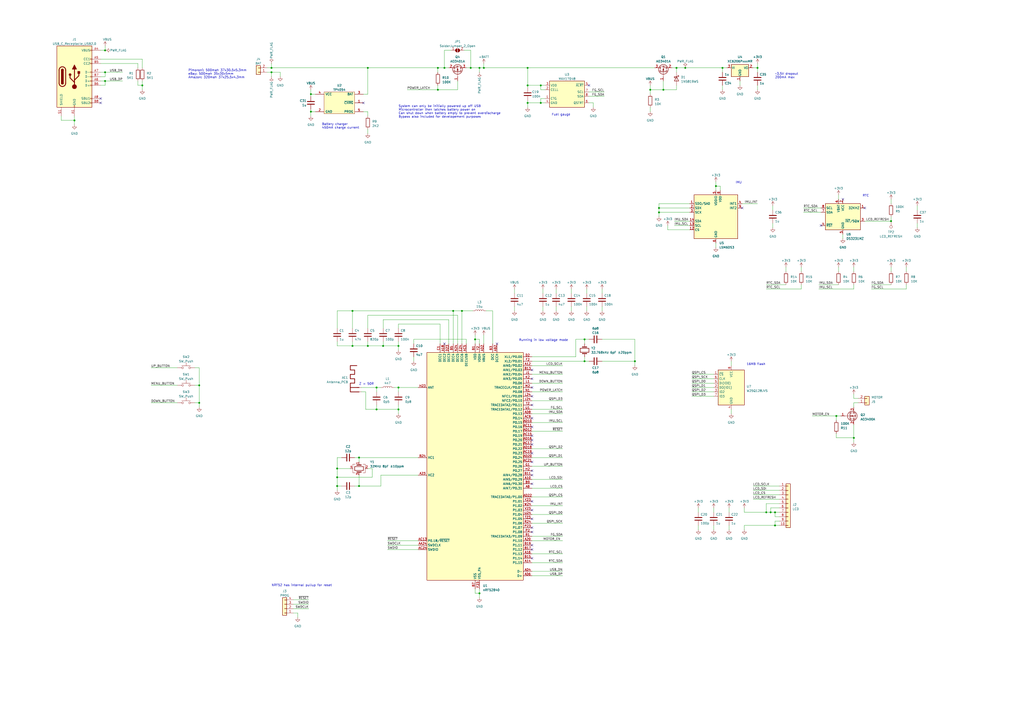
<source format=kicad_sch>
(kicad_sch (version 20230121) (generator eeschema)
  (paper "A2")
  (junction (at 231.14 237.49))
  (junction (at 262.89 180.34))
  (junction (at 180.34 64.77))
  (junction (at 60.96 41.91))
  (junction (at 392.43 39.37))
  (junction (at 275.59 196.85))
  (junction (at 339.09 196.85))
  (junction (at 254 39.37))
  (junction (at 306.07 39.37))
  (junction (at 218.44 237.49))
  (junction (at 157.48 41.91))
  (junction (at 449.58 304.8))
  (junction (at 213.36 39.37))
  (junction (at 382.27 120.65))
  (junction (at 115.57 233.68))
  (junction (at 377.19 52.07))
  (junction (at 60.96 46.99))
  (junction (at 485.14 241.3))
  (junction (at 231.14 200.66))
  (junction (at 195.58 271.78))
  (junction (at 231.14 224.79))
  (junction (at 273.05 39.37))
  (junction (at 180.34 54.61))
  (junction (at 278.13 39.37))
  (junction (at 204.47 200.66))
  (junction (at 397.51 39.37))
  (junction (at 415.29 107.95))
  (junction (at 43.18 69.85))
  (junction (at 254 52.07))
  (junction (at 195.58 281.94))
  (junction (at 213.36 200.66))
  (junction (at 157.48 39.37))
  (junction (at 204.47 180.34))
  (junction (at 419.1 39.37))
  (junction (at 218.44 224.79))
  (junction (at 195.58 276.86))
  (junction (at 280.67 39.37))
  (junction (at 447.04 297.18))
  (junction (at 306.07 59.69))
  (junction (at 339.09 209.55))
  (junction (at 222.25 200.66))
  (junction (at 384.81 52.07))
  (junction (at 208.28 281.94))
  (junction (at 208.28 265.43))
  (junction (at 382.27 123.19))
  (junction (at 267.97 180.34))
  (junction (at 495.3 254))
  (junction (at 516.89 128.27))
  (junction (at 439.42 39.37))
  (junction (at 278.13 344.17))
  (junction (at 449.58 297.18))
  (junction (at 115.57 223.52))
  (junction (at 60.96 29.21))
  (junction (at 313.69 49.53))
  (junction (at 306.07 49.53))
  (junction (at 257.81 39.37))
  (junction (at 368.3 209.55))
  (junction (at 313.69 59.69))
  (junction (at 444.5 297.18))
  (junction (at 82.55 49.53))
  (no_connect (at 308.61 255.27))
  (no_connect (at 308.61 229.87))
  (no_connect (at 257.81 199.39))
  (no_connect (at 308.61 247.65))
  (no_connect (at 308.61 273.05))
  (no_connect (at 341.63 49.53))
  (no_connect (at 308.61 219.71))
  (no_connect (at 308.61 295.91))
  (no_connect (at 210.82 59.69))
  (no_connect (at 308.61 267.97))
  (no_connect (at 308.61 280.67))
  (no_connect (at 308.61 323.85))
  (no_connect (at 476.25 130.81))
  (no_connect (at 308.61 252.73))
  (no_connect (at 308.61 257.81))
  (no_connect (at 308.61 262.89))
  (no_connect (at 308.61 234.95))
  (no_connect (at 58.42 57.15))
  (no_connect (at 308.61 224.79))
  (no_connect (at 58.42 59.69))
  (no_connect (at 308.61 318.77))
  (no_connect (at 488.95 115.57))
  (no_connect (at 430.53 120.65))
  (no_connect (at 308.61 308.61))
  (no_connect (at 308.61 214.63))
  (no_connect (at 501.65 120.65))
  (no_connect (at 308.61 316.23))
  (no_connect (at 308.61 275.59))
  (no_connect (at 308.61 300.99))
  (no_connect (at 308.61 242.57))
  (no_connect (at 308.61 290.83))
  (no_connect (at 308.61 306.07))
  (no_connect (at 288.29 199.39))
  (wire (pts (xy 382.27 123.19) (xy 400.05 123.19)))
  (wire (pts (xy 240.03 196.85) (xy 240.03 199.39)))
  (wire (pts (xy 516.89 165.1) (xy 505.46 165.1)))
  (wire (pts (xy 486.41 165.1) (xy 474.98 165.1)))
  (wire (pts (xy 208.28 267.97) (xy 208.28 265.43)))
  (wire (pts (xy 60.96 41.91) (xy 71.12 41.91)))
  (wire (pts (xy 405.13 304.8) (xy 405.13 307.34)))
  (wire (pts (xy 322.58 167.64) (xy 322.58 170.18)))
  (wire (pts (xy 270.51 39.37) (xy 273.05 39.37)))
  (wire (pts (xy 436.88 284.48) (xy 452.12 284.48)))
  (wire (pts (xy 213.36 39.37) (xy 213.36 54.61)))
  (wire (pts (xy 222.25 185.42) (xy 260.35 185.42)))
  (wire (pts (xy 424.18 209.55) (xy 424.18 212.09)))
  (wire (pts (xy 392.43 39.37) (xy 392.43 41.91)))
  (wire (pts (xy 313.69 57.15) (xy 313.69 59.69)))
  (wire (pts (xy 208.28 275.59) (xy 208.28 281.94)))
  (wire (pts (xy 488.95 135.89) (xy 488.95 138.43)))
  (wire (pts (xy 401.32 217.17) (xy 414.02 217.17)))
  (wire (pts (xy 340.36 167.64) (xy 340.36 170.18)))
  (wire (pts (xy 265.43 199.39) (xy 265.43 182.88)))
  (wire (pts (xy 231.14 237.49) (xy 231.14 234.95)))
  (wire (pts (xy 308.61 331.47) (xy 326.39 331.47)))
  (wire (pts (xy 240.03 209.55) (xy 240.03 207.01)))
  (wire (pts (xy 195.58 265.43) (xy 195.58 271.78)))
  (wire (pts (xy 213.36 74.93) (xy 213.36 77.47)))
  (wire (pts (xy 115.57 213.36) (xy 115.57 223.52)))
  (wire (pts (xy 377.19 64.77) (xy 377.19 62.23)))
  (wire (pts (xy 195.58 276.86) (xy 215.9 276.86)))
  (wire (pts (xy 377.19 52.07) (xy 377.19 54.61)))
  (wire (pts (xy 447.04 294.64) (xy 447.04 297.18)))
  (wire (pts (xy 35.56 69.85) (xy 43.18 69.85)))
  (wire (pts (xy 58.42 49.53) (xy 60.96 49.53)))
  (wire (pts (xy 349.25 196.85) (xy 368.3 196.85)))
  (wire (pts (xy 195.58 180.34) (xy 195.58 190.5)))
  (wire (pts (xy 436.88 289.56) (xy 452.12 289.56)))
  (wire (pts (xy 236.22 52.07) (xy 254 52.07)))
  (wire (pts (xy 204.47 200.66) (xy 204.47 198.12)))
  (wire (pts (xy 431.8 294.64) (xy 431.8 297.18)))
  (wire (pts (xy 308.61 207.01) (xy 334.01 207.01)))
  (wire (pts (xy 439.42 39.37) (xy 436.88 39.37)))
  (wire (pts (xy 218.44 234.95) (xy 218.44 237.49)))
  (wire (pts (xy 331.47 167.64) (xy 331.47 170.18)))
  (wire (pts (xy 495.3 236.22) (xy 495.3 233.68)))
  (wire (pts (xy 157.48 36.83) (xy 157.48 39.37)))
  (wire (pts (xy 391.16 128.27) (xy 400.05 128.27)))
  (wire (pts (xy 220.98 275.59) (xy 220.98 281.94)))
  (wire (pts (xy 308.61 245.11) (xy 326.39 245.11)))
  (wire (pts (xy 384.81 52.07) (xy 377.19 52.07)))
  (wire (pts (xy 275.59 341.63) (xy 275.59 344.17)))
  (wire (pts (xy 195.58 276.86) (xy 195.58 281.94)))
  (wire (pts (xy 265.43 46.99) (xy 265.43 52.07)))
  (wire (pts (xy 278.13 341.63) (xy 278.13 344.17)))
  (wire (pts (xy 495.3 246.38) (xy 495.3 254)))
  (wire (pts (xy 339.09 196.85) (xy 341.63 196.85)))
  (wire (pts (xy 260.35 199.39) (xy 260.35 185.42)))
  (wire (pts (xy 485.14 241.3) (xy 485.14 243.84)))
  (wire (pts (xy 525.78 154.94) (xy 525.78 157.48)))
  (wire (pts (xy 280.67 194.31) (xy 280.67 199.39)))
  (wire (pts (xy 448.31 119.38) (xy 448.31 121.92)))
  (wire (pts (xy 218.44 224.79) (xy 220.98 224.79)))
  (wire (pts (xy 368.3 212.09) (xy 368.3 209.55)))
  (wire (pts (xy 344.17 62.23) (xy 344.17 59.69)))
  (wire (pts (xy 444.5 292.1) (xy 452.12 292.1)))
  (wire (pts (xy 298.45 167.64) (xy 298.45 170.18)))
  (wire (pts (xy 313.69 52.07) (xy 313.69 49.53)))
  (wire (pts (xy 350.52 53.34) (xy 341.63 53.34)))
  (wire (pts (xy 306.07 59.69) (xy 313.69 59.69)))
  (wire (pts (xy 231.14 200.66) (xy 231.14 203.2)))
  (wire (pts (xy 401.32 224.79) (xy 414.02 224.79)))
  (wire (pts (xy 115.57 233.68) (xy 113.03 233.68)))
  (wire (pts (xy 218.44 237.49) (xy 231.14 237.49)))
  (wire (pts (xy 308.61 260.35) (xy 326.39 260.35)))
  (wire (pts (xy 392.43 39.37) (xy 397.51 39.37)))
  (wire (pts (xy 275.59 194.31) (xy 275.59 196.85)))
  (wire (pts (xy 278.13 199.39) (xy 278.13 196.85)))
  (wire (pts (xy 298.45 177.8) (xy 298.45 180.34)))
  (wire (pts (xy 495.3 228.6) (xy 495.3 231.14)))
  (wire (pts (xy 308.61 326.39) (xy 326.39 326.39)))
  (wire (pts (xy 422.91 294.64) (xy 422.91 297.18)))
  (wire (pts (xy 213.36 182.88) (xy 213.36 190.5)))
  (wire (pts (xy 215.9 271.78) (xy 215.9 276.86)))
  (wire (pts (xy 308.61 222.25) (xy 326.39 222.25)))
  (wire (pts (xy 58.42 34.29) (xy 82.55 34.29)))
  (wire (pts (xy 495.3 256.54) (xy 495.3 254)))
  (wire (pts (xy 308.61 270.51) (xy 326.39 270.51)))
  (wire (pts (xy 180.34 52.07) (xy 180.34 54.61)))
  (wire (pts (xy 444.5 297.18) (xy 447.04 297.18)))
  (wire (pts (xy 313.69 59.69) (xy 316.23 59.69)))
  (wire (pts (xy 349.25 177.8) (xy 349.25 180.34)))
  (wire (pts (xy 401.32 229.87) (xy 414.02 229.87)))
  (wire (pts (xy 212.09 227.33) (xy 209.55 227.33)))
  (wire (pts (xy 308.61 217.17) (xy 326.39 217.17)))
  (wire (pts (xy 242.57 224.79) (xy 231.14 224.79)))
  (wire (pts (xy 195.58 198.12) (xy 195.58 200.66)))
  (wire (pts (xy 424.18 237.49) (xy 424.18 240.03)))
  (wire (pts (xy 58.42 36.83) (xy 80.01 36.83)))
  (wire (pts (xy 397.51 39.37) (xy 419.1 39.37)))
  (wire (pts (xy 113.03 213.36) (xy 115.57 213.36)))
  (wire (pts (xy 273.05 29.21) (xy 273.05 39.37)))
  (wire (pts (xy 464.82 154.94) (xy 464.82 157.48)))
  (wire (pts (xy 449.58 304.8) (xy 452.12 304.8)))
  (wire (pts (xy 449.58 302.26) (xy 452.12 302.26)))
  (wire (pts (xy 308.61 311.15) (xy 326.39 311.15)))
  (wire (pts (xy 212.09 237.49) (xy 212.09 227.33)))
  (wire (pts (xy 273.05 39.37) (xy 278.13 39.37)))
  (wire (pts (xy 115.57 236.22) (xy 115.57 233.68)))
  (wire (pts (xy 349.25 167.64) (xy 349.25 170.18)))
  (wire (pts (xy 306.07 49.53) (xy 313.69 49.53)))
  (wire (pts (xy 154.94 39.37) (xy 157.48 39.37)))
  (wire (pts (xy 257.81 29.21) (xy 257.81 39.37)))
  (wire (pts (xy 113.03 223.52) (xy 115.57 223.52)))
  (wire (pts (xy 384.81 52.07) (xy 392.43 52.07)))
  (wire (pts (xy 87.63 223.52) (xy 102.87 223.52)))
  (wire (pts (xy 466.09 120.65) (xy 476.25 120.65)))
  (wire (pts (xy 377.19 52.07) (xy 377.19 49.53)))
  (wire (pts (xy 308.61 278.13) (xy 326.39 278.13)))
  (wire (pts (xy 82.55 49.53) (xy 82.55 46.99)))
  (wire (pts (xy 60.96 44.45) (xy 60.96 41.91)))
  (wire (pts (xy 267.97 180.34) (xy 274.32 180.34)))
  (wire (pts (xy 60.96 46.99) (xy 71.12 46.99)))
  (wire (pts (xy 382.27 120.65) (xy 400.05 120.65)))
  (wire (pts (xy 495.3 233.68) (xy 497.84 233.68)))
  (wire (pts (xy 209.55 224.79) (xy 218.44 224.79)))
  (wire (pts (xy 306.07 59.69) (xy 306.07 62.23)))
  (wire (pts (xy 218.44 227.33) (xy 218.44 224.79)))
  (wire (pts (xy 419.1 49.53) (xy 419.1 52.07)))
  (wire (pts (xy 157.48 41.91) (xy 162.56 41.91)))
  (wire (pts (xy 180.34 67.31) (xy 180.34 64.77)))
  (wire (pts (xy 308.61 303.53) (xy 326.39 303.53)))
  (wire (pts (xy 415.29 107.95) (xy 417.83 107.95)))
  (wire (pts (xy 391.16 130.81) (xy 400.05 130.81)))
  (wire (pts (xy 505.46 167.64) (xy 525.78 167.64)))
  (wire (pts (xy 231.14 187.96) (xy 255.27 187.96)))
  (wire (pts (xy 308.61 334.01) (xy 326.39 334.01)))
  (wire (pts (xy 308.61 212.09) (xy 326.39 212.09)))
  (wire (pts (xy 474.98 167.64) (xy 495.3 167.64)))
  (wire (pts (xy 195.58 271.78) (xy 195.58 276.86)))
  (wire (pts (xy 436.88 287.02) (xy 452.12 287.02)))
  (wire (pts (xy 497.84 231.14) (xy 495.3 231.14)))
  (wire (pts (xy 382.27 123.19) (xy 382.27 125.73)))
  (wire (pts (xy 455.93 154.94) (xy 455.93 157.48)))
  (wire (pts (xy 448.31 129.54) (xy 448.31 132.08)))
  (wire (pts (xy 389.89 39.37) (xy 392.43 39.37)))
  (wire (pts (xy 447.04 297.18) (xy 449.58 297.18)))
  (wire (pts (xy 382.27 120.65) (xy 382.27 123.19)))
  (wire (pts (xy 431.8 297.18) (xy 444.5 297.18)))
  (wire (pts (xy 82.55 34.29) (xy 82.55 39.37)))
  (wire (pts (xy 231.14 198.12) (xy 231.14 200.66)))
  (wire (pts (xy 179.07 350.52) (xy 170.18 350.52)))
  (wire (pts (xy 392.43 49.53) (xy 392.43 52.07)))
  (wire (pts (xy 308.61 321.31) (xy 326.39 321.31)))
  (wire (pts (xy 80.01 49.53) (xy 80.01 46.99)))
  (wire (pts (xy 382.27 120.65) (xy 382.27 118.11)))
  (wire (pts (xy 331.47 177.8) (xy 331.47 180.34)))
  (wire (pts (xy 80.01 49.53) (xy 82.55 49.53)))
  (wire (pts (xy 213.36 54.61) (xy 210.82 54.61)))
  (wire (pts (xy 419.1 39.37) (xy 419.1 41.91)))
  (wire (pts (xy 58.42 41.91) (xy 60.96 41.91)))
  (wire (pts (xy 228.6 224.79) (xy 231.14 224.79)))
  (wire (pts (xy 516.89 154.94) (xy 516.89 157.48)))
  (wire (pts (xy 401.32 227.33) (xy 414.02 227.33)))
  (wire (pts (xy 213.36 39.37) (xy 254 39.37)))
  (wire (pts (xy 218.44 237.49) (xy 212.09 237.49)))
  (wire (pts (xy 82.55 52.07) (xy 82.55 49.53)))
  (wire (pts (xy 308.61 283.21) (xy 326.39 283.21)))
  (wire (pts (xy 308.61 237.49) (xy 326.39 237.49)))
  (wire (pts (xy 384.81 46.99) (xy 384.81 52.07)))
  (wire (pts (xy 213.36 198.12) (xy 213.36 200.66)))
  (wire (pts (xy 429.26 46.99) (xy 429.26 49.53)))
  (wire (pts (xy 213.36 200.66) (xy 204.47 200.66)))
  (wire (pts (xy 308.61 232.41) (xy 326.39 232.41)))
  (wire (pts (xy 262.89 180.34) (xy 262.89 199.39)))
  (wire (pts (xy 495.3 154.94) (xy 495.3 157.48)))
  (wire (pts (xy 179.07 347.98) (xy 170.18 347.98)))
  (wire (pts (xy 278.13 39.37) (xy 280.67 39.37)))
  (wire (pts (xy 180.34 63.5) (xy 180.34 64.77)))
  (wire (pts (xy 485.14 241.3) (xy 487.68 241.3)))
  (wire (pts (xy 466.09 123.19) (xy 476.25 123.19)))
  (wire (pts (xy 242.57 318.77) (xy 224.79 318.77)))
  (wire (pts (xy 280.67 36.83) (xy 280.67 39.37)))
  (wire (pts (xy 334.01 207.01) (xy 334.01 196.85)))
  (wire (pts (xy 314.96 177.8) (xy 314.96 180.34)))
  (wire (pts (xy 204.47 180.34) (xy 195.58 180.34)))
  (wire (pts (xy 172.72 355.6) (xy 172.72 358.14)))
  (wire (pts (xy 242.57 313.69) (xy 224.79 313.69)))
  (wire (pts (xy 439.42 39.37) (xy 439.42 41.91)))
  (wire (pts (xy 316.23 57.15) (xy 313.69 57.15)))
  (wire (pts (xy 204.47 180.34) (xy 204.47 190.5)))
  (wire (pts (xy 280.67 39.37) (xy 306.07 39.37)))
  (wire (pts (xy 157.48 44.45) (xy 157.48 41.91)))
  (wire (pts (xy 170.18 355.6) (xy 172.72 355.6)))
  (wire (pts (xy 452.12 299.72) (xy 449.58 299.72)))
  (wire (pts (xy 87.63 213.36) (xy 102.87 213.36)))
  (wire (pts (xy 422.91 304.8) (xy 422.91 307.34)))
  (wire (pts (xy 198.12 265.43) (xy 195.58 265.43)))
  (wire (pts (xy 414.02 304.8) (xy 414.02 307.34)))
  (wire (pts (xy 213.36 200.66) (xy 222.25 200.66)))
  (wire (pts (xy 204.47 180.34) (xy 262.89 180.34)))
  (wire (pts (xy 349.25 209.55) (xy 368.3 209.55)))
  (wire (pts (xy 316.23 52.07) (xy 313.69 52.07)))
  (wire (pts (xy 495.3 165.1) (xy 495.3 167.64)))
  (wire (pts (xy 436.88 281.94) (xy 452.12 281.94)))
  (wire (pts (xy 431.8 304.8) (xy 431.8 307.34)))
  (wire (pts (xy 439.42 49.53) (xy 439.42 52.07)))
  (wire (pts (xy 449.58 297.18) (xy 452.12 297.18)))
  (wire (pts (xy 210.82 64.77) (xy 213.36 64.77)))
  (wire (pts (xy 195.58 281.94) (xy 195.58 284.48)))
  (wire (pts (xy 449.58 299.72) (xy 449.58 297.18)))
  (wire (pts (xy 340.36 177.8) (xy 340.36 180.34)))
  (wire (pts (xy 308.61 227.33) (xy 326.39 227.33)))
  (wire (pts (xy 401.32 219.71) (xy 414.02 219.71)))
  (wire (pts (xy 222.25 198.12) (xy 222.25 200.66)))
  (wire (pts (xy 242.57 275.59) (xy 220.98 275.59)))
  (wire (pts (xy 157.48 39.37) (xy 213.36 39.37)))
  (wire (pts (xy 35.56 67.31) (xy 35.56 69.85)))
  (wire (pts (xy 278.13 346.71) (xy 278.13 344.17)))
  (wire (pts (xy 270.51 199.39) (xy 270.51 196.85)))
  (wire (pts (xy 208.28 281.94) (xy 220.98 281.94)))
  (wire (pts (xy 254 49.53) (xy 254 52.07)))
  (wire (pts (xy 58.42 46.99) (xy 60.96 46.99)))
  (wire (pts (xy 439.42 36.83) (xy 439.42 39.37)))
  (wire (pts (xy 419.1 39.37) (xy 421.64 39.37)))
  (wire (pts (xy 240.03 196.85) (xy 270.51 196.85)))
  (wire (pts (xy 486.41 154.94) (xy 486.41 157.48)))
  (wire (pts (xy 405.13 294.64) (xy 405.13 297.18)))
  (wire (pts (xy 180.34 54.61) (xy 180.34 55.88)))
  (wire (pts (xy 308.61 293.37) (xy 326.39 293.37)))
  (wire (pts (xy 162.56 41.91) (xy 162.56 44.45)))
  (wire (pts (xy 257.81 39.37) (xy 260.35 39.37)))
  (wire (pts (xy 308.61 298.45) (xy 326.39 298.45)))
  (wire (pts (xy 501.65 128.27) (xy 516.89 128.27)))
  (wire (pts (xy 278.13 39.37) (xy 278.13 41.91)))
  (wire (pts (xy 449.58 302.26) (xy 449.58 304.8)))
  (wire (pts (xy 80.01 36.83) (xy 80.01 39.37)))
  (wire (pts (xy 222.25 185.42) (xy 222.25 190.5)))
  (wire (pts (xy 415.29 110.49) (xy 415.29 107.95)))
  (wire (pts (xy 485.14 251.46) (xy 485.14 254)))
  (wire (pts (xy 313.69 49.53) (xy 316.23 49.53)))
  (wire (pts (xy 205.74 265.43) (xy 208.28 265.43)))
  (wire (pts (xy 257.81 39.37) (xy 254 39.37)))
  (wire (pts (xy 254 39.37) (xy 254 41.91)))
  (wire (pts (xy 430.53 118.11) (xy 439.42 118.11)))
  (wire (pts (xy 198.12 281.94) (xy 195.58 281.94)))
  (wire (pts (xy 195.58 271.78) (xy 203.2 271.78)))
  (wire (pts (xy 195.58 200.66) (xy 204.47 200.66)))
  (wire (pts (xy 455.93 165.1) (xy 444.5 165.1)))
  (wire (pts (xy 387.35 133.35) (xy 400.05 133.35)))
  (wire (pts (xy 414.02 294.64) (xy 414.02 297.18)))
  (wire (pts (xy 308.61 313.69) (xy 326.39 313.69)))
  (wire (pts (xy 87.63 233.68) (xy 102.87 233.68)))
  (wire (pts (xy 516.89 125.73) (xy 516.89 128.27)))
  (wire (pts (xy 382.27 118.11) (xy 400.05 118.11)))
  (wire (pts (xy 275.59 196.85) (xy 275.59 199.39)))
  (wire (pts (xy 308.61 209.55) (xy 339.09 209.55)))
  (wire (pts (xy 350.52 55.88) (xy 341.63 55.88)))
  (wire (pts (xy 60.96 26.67) (xy 60.96 29.21)))
  (wire (pts (xy 306.07 50.8) (xy 306.07 49.53)))
  (wire (pts (xy 267.97 180.34) (xy 267.97 199.39)))
  (wire (pts (xy 444.5 292.1) (xy 444.5 297.18)))
  (wire (pts (xy 334.01 196.85) (xy 339.09 196.85)))
  (wire (pts (xy 222.25 200.66) (xy 231.14 200.66)))
  (wire (pts (xy 213.36 271.78) (xy 215.9 271.78)))
  (wire (pts (xy 60.96 29.21) (xy 58.42 29.21)))
  (wire (pts (xy 262.89 180.34) (xy 267.97 180.34)))
  (wire (pts (xy 269.24 29.21) (xy 273.05 29.21)))
  (wire (pts (xy 306.07 58.42) (xy 306.07 59.69)))
  (wire (pts (xy 261.62 29.21) (xy 257.81 29.21)))
  (wire (pts (xy 308.61 250.19) (xy 326.39 250.19)))
  (wire (pts (xy 314.96 167.64) (xy 314.96 170.18)))
  (wire (pts (xy 322.58 177.8) (xy 322.58 180.34)))
  (wire (pts (xy 339.09 196.85) (xy 339.09 199.39)))
  (wire (pts (xy 306.07 39.37) (xy 379.73 39.37)))
  (wire (pts (xy 180.34 54.61) (xy 182.88 54.61)))
  (wire (pts (xy 525.78 165.1) (xy 525.78 167.64)))
  (wire (pts (xy 60.96 46.99) (xy 60.96 49.53)))
  (wire (pts (xy 242.57 316.23) (xy 224.79 316.23)))
  (wire (pts (xy 43.18 72.39) (xy 43.18 69.85)))
  (wire (pts (xy 532.13 129.54) (xy 532.13 132.08)))
  (wire (pts (xy 532.13 119.38) (xy 532.13 121.92)))
  (wire (pts (xy 464.82 165.1) (xy 464.82 167.64)))
  (wire (pts (xy 339.09 209.55) (xy 339.09 207.01)))
  (wire (pts (xy 401.32 222.25) (xy 414.02 222.25)))
  (wire (pts (xy 208.28 265.43) (xy 242.57 265.43)))
  (wire (pts (xy 231.14 187.96) (xy 231.14 190.5)))
  (wire (pts (xy 368.3 209.55) (xy 368.3 196.85)))
  (wire (pts (xy 58.42 44.45) (xy 60.96 44.45)))
  (wire (pts (xy 213.36 64.77) (xy 213.36 67.31)))
  (wire (pts (xy 255.27 199.39) (xy 255.27 187.96)))
  (wire (pts (xy 278.13 196.85) (xy 275.59 196.85)))
  (wire (pts (xy 285.75 180.34) (xy 281.94 180.34)))
  (wire (pts (xy 115.57 223.52) (xy 115.57 233.68)))
  (wire (pts (xy 179.07 353.06) (xy 170.18 353.06)))
  (wire (pts (xy 306.07 39.37) (xy 306.07 49.53)))
  (wire (pts (xy 231.14 224.79) (xy 231.14 227.33)))
  (wire (pts (xy 231.14 240.03) (xy 231.14 237.49)))
  (wire (pts (xy 208.28 281.94) (xy 205.74 281.94)))
  (wire (pts (xy 452.12 294.64) (xy 447.04 294.64)))
  (wire (pts (xy 415.29 105.41) (xy 415.29 107.95)))
  (wire (pts (xy 486.41 113.03) (xy 486.41 115.57)))
  (wire (pts (xy 308.61 240.03) (xy 326.39 240.03)))
  (wire (pts (xy 344.17 59.69) (xy 341.63 59.69)))
  (wire (pts (xy 213.36 182.88) (xy 265.43 182.88)))
  (wire (pts (xy 308.61 265.43) (xy 326.39 265.43)))
  (wire (pts (xy 444.5 167.64) (xy 464.82 167.64)))
  (wire (pts (xy 275.59 344.17) (xy 278.13 344.17)))
  (wire (pts (xy 516.89 115.57) (xy 516.89 118.11)))
  (wire (pts (xy 485.14 254) (xy 495.3 254)))
  (wire (pts (xy 154.94 41.91) (xy 157.48 41.91)))
  (wire (pts (xy 308.61 288.29) (xy 326.39 288.29)))
  (wire (pts (xy 449.58 304.8) (xy 431.8 304.8)))
  (wire (pts (xy 180.34 64.77) (xy 182.88 64.77)))
  (wire (pts (xy 254 52.07) (xy 265.43 52.07)))
  (wire (pts (xy 415.29 140.97) (xy 415.29 143.51)))
  (wire (pts (xy 471.17 241.3) (xy 485.14 241.3)))
  (wire (pts (xy 417.83 107.95) (xy 417.83 110.49)))
  (wire (pts (xy 387.35 130.81) (xy 387.35 133.35)))
  (wire (pts (xy 285.75 180.34) (xy 285.75 199.39)))
  (wire (pts (xy 339.09 209.55) (xy 341.63 209.55)))
  (wire (pts (xy 43.18 69.85) (xy 43.18 67.31)))
  (text "RTC" (at 500.38 114.3 0) (effects (font (size 1.27 1.27)) (justify left bottom)))
  (text "Battery charger\n450mA charge current" (at 186.69 74.93 0) (effects (font (size 1.27 1.27)) (justify left bottom)))
  (text "Z = 50R" (at 208.28 223.52 0) (effects (font (size 1.27 1.27)) (justify left bottom)))
  (text "System can only be initially powered up off USB\nMicrocontroller then latches battery power on\nCan shut down when battery empty to prevent overdischarge\nBypass also included for developement purposes" (at 231.14 68.58 0) (effects (font (size 1.27 1.27)) (justify left bottom)))
  (text "Fuel gauge" (at 320.04 67.31 0) (effects (font (size 1.27 1.27)) (justify left bottom)))
  (text "Running in low voltage mode" (at 300.99 198.12 0) (effects (font (size 1.27 1.27)) (justify left bottom)))
  (text "~3.5V dropout\n200mA max" (at 449.58 45.72 0) (effects (font (size 1.27 1.27)) (justify left bottom)))
  (text "Pimoroni: 500mah 37x30.5x5.3mm\neBay: 500mah 35x30x5mm\nAmazon: 320mah 37x25.5x4.3mm" (at 109.22 45.72 0) (effects (font (size 1.27 1.27)) (justify left bottom)))
  (text "IMU" (at 426.72 106.68 0) (effects (font (size 1.27 1.27)) (justify left bottom)))
  (text "16MB flash" (at 433.07 212.09 0) (effects (font (size 1.27 1.27)) (justify left bottom)))
  (text "NRF52 has internal pullup for reset" (at 157.48 340.36 0) (effects (font (size 1.27 1.27)) (justify left bottom)))
  (label "RTC_SCL" (at 466.09 123.19 0))
  (label "POWER_LATCH" (at 326.39 227.33 180))
  (label "QSPI_SCK" (at 326.39 303.53 180))
  (label "SWDCLK" (at 224.79 316.23 0))
  (label "MENU_BUTTON" (at 87.63 223.52 0))
  (label "IMU_INT" (at 439.42 118.11 180))
  (label "QSPI_D0" (at 401.32 222.25 0))
  (label "RTC_SDA" (at 444.5 165.1 0))
  (label "IMU_SCL" (at 474.98 167.64 0))
  (label "FG_SDA" (at 326.39 311.15 180))
  (label "UP_BUTTON" (at 87.63 213.36 0))
  (label "LCD_SDI" (at 326.39 278.13 180))
  (label "~{RESET}" (at 224.79 313.69 0))
  (label "~{RESET}" (at 179.07 347.98 180))
  (label "IMU_SDA" (at 474.98 165.1 0))
  (label "MENU_BUTTON" (at 326.39 217.17 180))
  (label "USB_DP" (at 71.12 46.99 180))
  (label "QSPI_D0" (at 326.39 298.45 180))
  (label "RTC_SDA" (at 466.09 120.65 0))
  (label "USB_DN" (at 71.12 41.91 180))
  (label "RTC_SCL" (at 444.5 167.64 0))
  (label "DOWN_BUTTON" (at 326.39 222.25 180))
  (label "FG_SDA" (at 350.52 55.88 180))
  (label "FG_SCL" (at 350.52 53.34 180))
  (label "IMU_SCL" (at 326.39 245.11 180))
  (label "LCD_SDI" (at 436.88 284.48 0))
  (label "LCD_CS" (at 436.88 287.02 0))
  (label "SWDIO" (at 224.79 318.77 0))
  (label "IMU_SDA" (at 326.39 240.03 180))
  (label "QSPI_D2" (at 326.39 260.35 180))
  (label "USB_DP" (at 326.39 334.01 180))
  (label "USB_DN" (at 326.39 331.47 180))
  (label "UP_BUTTON" (at 326.39 270.51 180))
  (label "SWDCLK" (at 179.07 353.06 180))
  (label "QSPI_D1" (at 326.39 265.43 180))
  (label "IMU_INT" (at 326.39 293.37 180))
  (label "RTC_SCL" (at 326.39 321.31 180))
  (label "DOWN_BUTTON" (at 87.63 233.68 0))
  (label "RTC_SDA" (at 326.39 326.39 180))
  (label "MOTOR_EN" (at 325.12 313.69 180))
  (label "LCD_SCLK" (at 436.88 281.94 0))
  (label "LCD_REFRESH" (at 436.88 289.56 0))
  (label "IMU_SCL" (at 391.16 130.81 0))
  (label "POWER_LATCH" (at 236.22 52.07 0))
  (label "LCD_REFRESH" (at 515.62 128.27 180))
  (label "LCD_SCLK" (at 326.39 212.09 180))
  (label "QSPI_D1" (at 401.32 224.79 0))
  (label "SWDIO" (at 179.07 350.52 180))
  (label "~{RESET}" (at 326.39 250.19 180))
  (label "QSPI_D3" (at 326.39 232.41 180))
  (label "QSPI_CS" (at 401.32 217.17 0))
  (label "QSPI_CS" (at 326.39 288.29 180))
  (label "QSPI_D3" (at 401.32 229.87 0))
  (label "MOTOR_EN" (at 471.17 241.3 0))
  (label "FG_SCL" (at 326.39 237.49 180))
  (label "FG_SCL" (at 505.46 167.64 0))
  (label "LCD_CS" (at 326.39 283.21 180))
  (label "FG_SDA" (at 505.46 165.1 0))
  (label "QSPI_D2" (at 401.32 227.33 0))
  (label "QSPI_SCK" (at 401.32 219.71 0))
  (label "IMU_SDA" (at 391.16 128.27 0))
  (symbol (lib_id "Transistor_FET:AO3401A") (at 265.43 41.91 270) (mirror x) (unit 1)
    (property "Reference" "Q4" (at 265.43 33.02 90))
    (property "Value" "AO3401A" (at 265.43 35.56 90))
    (property "Footprint" "Package_TO_SOT_SMD:SOT-23" (effects hide))
    (property "Datasheet" "http://www.aosmd.com/pdfs/datasheet/AO3401A.pdf" (effects hide))
    (property "LCSC" "C15127" (effects hide))
  )
  (symbol (lib_id "Device:C") (at 331.47 173.99 0) (unit 1)
    (property "Reference" "C14" (at 332.74 171.45 0) (effects (justify left)))
    (property "Value" "100n" (at 332.74 176.53 0) (effects (justify left)))
    (property "Footprint" "Capacitor_SMD:C_0402_1005Metric" (effects hide))
    (property "LCSC" "C1525" (effects hide))
  )
  (symbol (lib_id "power:PWR_FLAG") (at 157.48 36.83 0) (unit 1)
    (property "Reference" "#FLG06" (effects hide))
    (property "Value" "PWR_FLAG" (at 157.48 29.21 90))
  )
  (symbol (lib_id "power:GND") (at 82.55 52.07 0) (unit 1)
    (property "Reference" "#PWR04" (effects hide))
    (property "Value" "GND" (at 82.55 57.15 0))
  )
  (symbol (lib_id "power:+3V3") (at 464.82 154.94 0) (unit 1)
    (property "Reference" "#PWR050" (effects hide))
    (property "Value" "+3V3" (at 464.82 151.13 0))
  )
  (symbol (lib_id "Device:C") (at 419.1 45.72 0) (mirror x) (unit 1)
    (property "Reference" "C34" (at 420.37 48.26 0) (effects (justify left)))
    (property "Value" "1u" (at 420.37 43.18 0) (effects (justify left)))
    (property "Footprint" "Capacitor_SMD:C_0402_1005Metric" (effects hide))
    (property "LCSC" "C52923" (effects hide))
  )
  (symbol (lib_id "power:VBUS") (at 180.34 52.07 0) (unit 1)
    (property "Reference" "#PWR042" (effects hide))
    (property "Value" "VBUS" (at 180.34 48.26 0))
  )
  (symbol (lib_id "Transistor_FET:AO3400A") (at 492.76 241.3 0) (unit 1)
    (property "Reference" "Q2" (at 499.11 240.665 0) (effects (justify left)))
    (property "Value" "AO3400A" (at 499.11 243.205 0) (effects (justify left)))
    (property "Footprint" "Package_TO_SOT_SMD:SOT-23" (effects hide))
    (property "Datasheet" "http://www.aosmd.com/pdfs/datasheet/AO3400A.pdf" (effects hide))
    (property "LCSC" "C20917" (effects hide))
  )
  (symbol (lib_id "power:GND") (at 314.96 180.34 0) (unit 1)
    (property "Reference" "#PWR027" (effects hide))
    (property "Value" "GND" (at 314.96 185.42 0))
  )
  (symbol (lib_id "power:GND") (at 431.8 307.34 0) (unit 1)
    (property "Reference" "#PWR029" (effects hide))
    (property "Value" "GND" (at 431.8 312.42 0))
  )
  (symbol (lib_id "Device:R") (at 485.14 247.65 0) (mirror y) (unit 1)
    (property "Reference" "R11" (at 487.68 248.285 0) (effects (justify right)))
    (property "Value" "100K" (at 487.68 245.745 0) (effects (justify right)))
    (property "Footprint" "Resistor_SMD:R_0402_1005Metric" (effects hide))
    (property "LCSC" "C25741" (effects hide))
  )
  (symbol (lib_id "power:VBUS") (at 298.45 167.64 0) (unit 1)
    (property "Reference" "#PWR015" (effects hide))
    (property "Value" "VBUS" (at 298.45 163.83 0))
  )
  (symbol (lib_id "Switch:SW_Push") (at 107.95 223.52 0) (unit 1)
    (property "Reference" "SW1" (at 107.95 217.17 0))
    (property "Value" "SW_Push" (at 107.95 219.71 0))
    (property "Footprint" "Button_Switch_SMD:Panasonic_EVQPUL_EVQPUC" (effects hide))
    (property "LCSC" "C79174" (effects hide))
  )
  (symbol (lib_id "power:GND") (at 344.17 62.23 0) (unit 1)
    (property "Reference" "#PWR034" (effects hide))
    (property "Value" "GND" (at 344.17 67.31 0))
  )
  (symbol (lib_id "Diode:1N5819WS") (at 392.43 45.72 270) (unit 1)
    (property "Reference" "D1" (at 394.97 44.7675 90) (effects (justify left)))
    (property "Value" "1N5819WS" (at 394.97 47.3075 90) (effects (justify left)))
    (property "Footprint" "Diode_SMD:D_SOD-323" (effects hide))
    (property "Datasheet" "https://datasheet.lcsc.com/lcsc/2204281430_Guangdong-Hottech-1N5819WS_C191023.pdf" (effects hide))
    (property "LCSC" "C191023" (effects hide))
  )
  (symbol (lib_id "Connector:TestPoint") (at 516.89 128.27 0) (mirror x) (unit 1)
    (property "Reference" "TP2" (at 516.89 134.62 0))
    (property "Value" "LCD_REFRESH" (at 516.89 137.16 0))
    (property "Footprint" "TestPoint:TestPoint_Pad_D1.0mm" (effects hide))
  )
  (symbol (lib_id "Device:C") (at 240.03 203.2 0) (unit 1)
    (property "Reference" "C10" (at 241.3 200.66 0) (effects (justify left)))
    (property "Value" "4u7" (at 241.3 205.74 0) (effects (justify left)))
    (property "Footprint" "Capacitor_SMD:C_0402_1005Metric" (effects hide))
    (property "LCSC" "C23733" (effects hide))
  )
  (symbol (lib_id "power:+3V3") (at 331.47 167.64 0) (unit 1)
    (property "Reference" "#PWR019" (effects hide))
    (property "Value" "+3V3" (at 331.47 163.83 0))
  )
  (symbol (lib_id "power:+3V3") (at 525.78 154.94 0) (unit 1)
    (property "Reference" "#PWR066" (effects hide))
    (property "Value" "+3V3" (at 525.78 151.13 0))
  )
  (symbol (lib_id "power:GND") (at 419.1 52.07 0) (unit 1)
    (property "Reference" "#PWR040" (effects hide))
    (property "Value" "GND" (at 419.1 57.15 0))
  )
  (symbol (lib_id "power:+3V3") (at 322.58 167.64 0) (unit 1)
    (property "Reference" "#PWR018" (effects hide))
    (property "Value" "+3V3" (at 322.58 163.83 0))
  )
  (symbol (lib_id "Device:R") (at 516.89 161.29 0) (unit 1)
    (property "Reference" "R7" (at 519.43 160.655 0) (effects (justify left)))
    (property "Value" "10K" (at 519.43 163.195 0) (effects (justify left)))
    (property "Footprint" "Resistor_SMD:R_0402_1005Metric" (effects hide))
    (property "LCSC" "C25744" (effects hide))
  )
  (symbol (lib_id "Device:R") (at 455.93 161.29 0) (unit 1)
    (property "Reference" "R14" (at 458.47 160.655 0) (effects (justify left)))
    (property "Value" "10K" (at 458.47 163.195 0) (effects (justify left)))
    (property "Footprint" "Resistor_SMD:R_0402_1005Metric" (effects hide))
    (property "LCSC" "C25744" (effects hide))
  )
  (symbol (lib_id "Device:Crystal") (at 339.09 203.2 90) (unit 1)
    (property "Reference" "Y2" (at 342.9 201.93 90) (effects (justify right)))
    (property "Value" "32.768kHz 6pF ±20ppm" (at 342.9 204.47 90) (effects (justify right)))
    (property "Footprint" "Crystal:Crystal_SMD_3215-2Pin_3.2x1.5mm" (effects hide))
    (property "LCSC" "C32346" (effects hide))
  )
  (symbol (lib_id "Device:C") (at 532.13 125.73 0) (unit 1)
    (property "Reference" "C37" (at 533.4 123.19 0) (effects (justify left)))
    (property "Value" "1u" (at 533.4 128.27 0) (effects (justify left)))
    (property "Footprint" "Capacitor_SMD:C_0402_1005Metric" (effects hide))
    (property "LCSC" "C52923" (effects hide))
  )
  (symbol (lib_id "power:+3V3") (at 516.89 115.57 0) (unit 1)
    (property "Reference" "#PWR032" (effects hide))
    (property "Value" "+3V3" (at 516.89 111.76 0))
  )
  (symbol (lib_id "Jumper:SolderJumper_2_Open") (at 265.43 29.21 0) (unit 1)
    (property "Reference" "JP1" (at 265.43 24.13 0))
    (property "Value" "SolderJumper_2_Open" (at 265.43 26.67 0))
    (property "Footprint" "Jumper:SolderJumper-2_P1.3mm_Open_TrianglePad1.0x1.5mm" (effects hide))
  )
  (symbol (lib_id "power:+3V3") (at 532.13 119.38 0) (unit 1)
    (property "Reference" "#PWR058" (effects hide))
    (property "Value" "+3V3" (at 532.13 115.57 0))
  )
  (symbol (lib_id "power:+BATT") (at 280.67 36.83 0) (unit 1)
    (property "Reference" "#PWR035" (effects hide))
    (property "Value" "+BATT" (at 280.67 33.02 0))
  )
  (symbol (lib_id "power:GND") (at 422.91 307.34 0) (unit 1)
    (property "Reference" "#PWR046" (effects hide))
    (property "Value" "GND" (at 422.91 312.42 0))
  )
  (symbol (lib_id "Device:C") (at 448.31 125.73 0) (unit 1)
    (property "Reference" "C36" (at 449.58 123.19 0) (effects (justify left)))
    (property "Value" "1u" (at 449.58 128.27 0) (effects (justify left)))
    (property "Footprint" "Capacitor_SMD:C_0402_1005Metric" (effects hide))
    (property "LCSC" "C52923" (effects hide))
  )
  (symbol (lib_id "power:GND") (at 415.29 143.51 0) (unit 1)
    (property "Reference" "#PWR051" (effects hide))
    (property "Value" "GND" (at 415.29 148.59 0))
  )
  (symbol (lib_id "power:+3V3") (at 516.89 154.94 0) (unit 1)
    (property "Reference" "#PWR065" (effects hide))
    (property "Value" "+3V3" (at 516.89 151.13 0))
  )
  (symbol (lib_id "power:+3V3") (at 439.42 36.83 0) (unit 1)
    (property "Reference" "#PWR030" (effects hide))
    (property "Value" "+3V3" (at 439.42 33.02 0))
  )
  (symbol (lib_id "power:VBUS") (at 377.19 49.53 0) (unit 1)
    (property "Reference" "#PWR011" (effects hide))
    (property "Value" "VBUS" (at 377.19 45.72 0))
  )
  (symbol (lib_id "Device:C") (at 180.34 59.69 0) (mirror y) (unit 1)
    (property "Reference" "C31" (at 177.8 58.42 0) (effects (justify left)))
    (property "Value" "1u" (at 177.8 60.96 0) (effects (justify left)))
    (property "Footprint" "Capacitor_SMD:C_0402_1005Metric" (effects hide))
    (property "LCSC" "C52923" (effects hide))
  )
  (symbol (lib_id "power:+3V3") (at 314.96 167.64 0) (unit 1)
    (property "Reference" "#PWR07" (effects hide))
    (property "Value" "+3V3" (at 314.96 163.83 0))
  )
  (symbol (lib_id "Device:C") (at 231.14 231.14 0) (unit 1)
    (property "Reference" "C9" (at 234.95 230.505 0) (effects (justify left)))
    (property "Value" "0p8" (at 234.95 233.045 0) (effects (justify left)))
    (property "Footprint" "Capacitor_SMD:C_0402_1005Metric" (effects hide))
    (property "LCSC" "C172820" (effects hide))
  )
  (symbol (lib_id "Memory_Flash:W25Q128JVS") (at 424.18 224.79 0) (unit 1)
    (property "Reference" "U7" (at 433.07 224.155 0) (effects (justify left)))
    (property "Value" "W25Q128JVS" (at 433.07 226.695 0) (effects (justify left)))
    (property "Footprint" "Package_SO:SOIC-8_5.23x5.23mm_P1.27mm" (effects hide))
    (property "Datasheet" "http://www.winbond.com/resource-files/w25q128jv_dtr%20revc%2003272018%20plus.pdf" (effects hide))
    (property "LCSC" "C97521" (effects hide))
  )
  (symbol (lib_id "power:GND") (at 382.27 125.73 0) (unit 1)
    (property "Reference" "#PWR053" (effects hide))
    (property "Value" "GND" (at 382.27 130.81 0))
  )
  (symbol (lib_id "local:TP4054") (at 196.85 59.69 0) (unit 1)
    (property "Reference" "U2" (at 196.85 49.53 0))
    (property "Value" "TP4054" (at 196.85 52.07 0))
    (property "Footprint" "Package_TO_SOT_SMD:SOT-23-5" (effects hide))
    (property "Description" "Standalone Linear Li-ion Battery Charger with Thermal Regulation, SOT-23-5" (effects hide))
    (property "Height" "1" (effects hide))
    (property "Manufacturer_Name" "TOP POWER" (effects hide))
    (property "Manufacturer_Part_Number" "TP4054-42-SOT25-R" (effects hide))
    (property "LCSC" "C32574" (effects hide))
  )
  (symbol (lib_id "Device:C") (at 195.58 194.31 0) (unit 1)
    (property "Reference" "C1" (at 196.85 191.77 0) (effects (justify left)))
    (property "Value" "1u" (at 196.85 196.85 0) (effects (justify left)))
    (property "Footprint" "Capacitor_SMD:C_0402_1005Metric" (effects hide))
    (property "LCSC" "C52923" (effects hide))
  )
  (symbol (lib_id "power:GND") (at 180.34 67.31 0) (unit 1)
    (property "Reference" "#PWR043" (effects hide))
    (property "Value" "GND" (at 180.34 72.39 0))
  )
  (symbol (lib_id "Device:R") (at 80.01 43.18 0) (mirror y) (unit 1)
    (property "Reference" "R1" (at 77.47 42.545 0) (effects (justify left)))
    (property "Value" "5K1" (at 77.47 45.085 0) (effects (justify left)))
    (property "Footprint" "Resistor_SMD:R_0402_1005Metric" (effects hide))
    (property "LCSC" "C100665" (effects hide))
  )
  (symbol (lib_id "Device:C") (at 298.45 173.99 0) (unit 1)
    (property "Reference" "C11" (at 299.72 171.45 0) (effects (justify left)))
    (property "Value" "4u7" (at 299.72 176.53 0) (effects (justify left)))
    (property "Footprint" "Capacitor_SMD:C_0402_1005Metric" (effects hide))
    (property "LCSC" "C23733" (effects hide))
  )
  (symbol (lib_id "Device:L") (at 224.79 224.79 90) (unit 1)
    (property "Reference" "L1" (at 224.79 219.71 90))
    (property "Value" "4n7" (at 224.79 222.25 90))
    (property "Footprint" "Inductor_SMD:L_0402_1005Metric" (effects hide))
    (property "LCSC" "C395070" (effects hide))
  )
  (symbol (lib_id "power:+3V3") (at 486.41 154.94 0) (unit 1)
    (property "Reference" "#PWR044" (effects hide))
    (property "Value" "+3V3" (at 486.41 151.13 0))
  )
  (symbol (lib_id "Device:C") (at 218.44 231.14 0) (unit 1)
    (property "Reference" "C6" (at 222.25 230.505 0) (effects (justify left)))
    (property "Value" "0p5" (at 222.25 233.045 0) (effects (justify left)))
    (property "Footprint" "Capacitor_SMD:C_0402_1005Metric" (effects hide))
    (property "LCSC" "C301959" (effects hide))
  )
  (symbol (lib_id "power:+3V3") (at 349.25 167.64 0) (unit 1)
    (property "Reference" "#PWR024" (effects hide))
    (property "Value" "+3V3" (at 349.25 163.83 0))
  )
  (symbol (lib_id "Device:R") (at 213.36 71.12 180) (unit 1)
    (property "Reference" "R9" (at 215.9 70.485 0) (effects (justify right)))
    (property "Value" "2K2" (at 215.9 73.025 0) (effects (justify right)))
    (property "Footprint" "Resistor_SMD:R_0402_1005Metric" (effects hide))
    (property "LCSC" "C25879" (effects hide))
  )
  (symbol (lib_id "power:GND") (at 377.19 64.77 0) (unit 1)
    (property "Reference" "#PWR012" (effects hide))
    (property "Value" "GND" (at 377.19 69.85 0))
  )
  (symbol (lib_id "Device:C") (at 422.91 300.99 0) (unit 1)
    (property "Reference" "C22" (at 424.18 298.45 0) (effects (justify left)))
    (property "Value" "1u" (at 424.18 303.53 0) (effects (justify left)))
    (property "Footprint" "Capacitor_SMD:C_0402_1005Metric" (effects hide))
    (property "LCSC" "C52923" (effects hide))
  )
  (symbol (lib_id "power:VBUS") (at 60.96 26.67 0) (unit 1)
    (property "Reference" "#PWR06" (effects hide))
    (property "Value" "VBUS" (at 62.23 22.86 0))
  )
  (symbol (lib_id "Device:C") (at 306.07 54.61 0) (unit 1)
    (property "Reference" "C19" (at 308.61 53.34 0) (effects (justify left)))
    (property "Value" "100n" (at 308.61 55.88 0) (effects (justify left)))
    (property "Footprint" "Capacitor_SMD:C_0402_1005Metric" (effects hide))
    (property "LCSC" "C1525" (effects hide))
  )
  (symbol (lib_id "Device:C") (at 314.96 173.99 0) (unit 1)
    (property "Reference" "C12" (at 316.23 171.45 0) (effects (justify left)))
    (property "Value" "1u" (at 316.23 176.53 0) (effects (justify left)))
    (property "Footprint" "Capacitor_SMD:C_0402_1005Metric" (effects hide))
    (property "LCSC" "C52923" (effects hide))
  )
  (symbol (lib_id "power:GND") (at 322.58 180.34 0) (unit 1)
    (property "Reference" "#PWR017" (effects hide))
    (property "Value" "GND" (at 322.58 185.42 0))
  )
  (symbol (lib_id "Connector_Generic:Conn_01x10") (at 457.2 292.1 0) (unit 1)
    (property "Reference" "J2" (at 459.74 292.735 0) (effects (justify left)))
    (property "Value" "LCD" (at 459.74 295.275 0) (effects (justify left)))
    (property "Footprint" "Connector_FFC-FPC:Molex_54548-1071_1x10-1MP_P0.5mm_Horizontal" (effects hide))
    (property "LCSC" "C2919556" (effects hide))
  )
  (symbol (lib_id "Device:C") (at 231.14 194.31 0) (unit 1)
    (property "Reference" "C8" (at 232.41 191.77 0) (effects (justify left)))
    (property "Value" "100n" (at 232.41 196.85 0) (effects (justify left)))
    (property "Footprint" "Capacitor_SMD:C_0402_1005Metric" (effects hide))
    (property "LCSC" "C1525" (effects hide))
  )
  (symbol (lib_id "power:PWR_FLAG") (at 397.51 39.37 0) (unit 1)
    (property "Reference" "#FLG01" (effects hide))
    (property "Value" "PWR_FLAG" (at 397.51 35.56 0))
  )
  (symbol (lib_id "Connector:USB_C_Receptacle_USB2.0") (at 43.18 44.45 0) (unit 1)
    (property "Reference" "J1" (at 43.18 22.86 0))
    (property "Value" "USB_C_Receptacle_USB2.0" (at 43.18 25.4 0))
    (property "Footprint" "Connector_USB:USB_C_Receptacle_G-Switch_GT-USB-7010ASV" (effects hide))
    (property "Datasheet" "https://www.usb.org/sites/default/files/documents/usb_type-c.zip" (effects hide))
    (property "LCSC" "C2765186" (effects hide))
  )
  (symbol (lib_id "power:GND") (at 424.18 240.03 0) (unit 1)
    (property "Reference" "#PWR039" (effects hide))
    (property "Value" "GND" (at 424.18 245.11 0))
  )
  (symbol (lib_id "power:GND") (at 495.3 256.54 0) (unit 1)
    (property "Reference" "#PWR08" (effects hide))
    (property "Value" "GND" (at 495.3 261.62 0))
  )
  (symbol (lib_id "power:VBUS") (at 280.67 194.31 0) (unit 1)
    (property "Reference" "#PWR03" (effects hide))
    (property "Value" "VBUS" (at 281.94 190.5 0))
  )
  (symbol (lib_id "power:+3V3") (at 405.13 294.64 0) (unit 1)
    (property "Reference" "#PWR056" (effects hide))
    (property "Value" "+3V3" (at 405.13 290.83 0))
  )
  (symbol (lib_id "power:+3V3") (at 340.36 167.64 0) (unit 1)
    (property "Reference" "#PWR021" (effects hide))
    (property "Value" "+3V3" (at 340.36 163.83 0))
  )
  (symbol (lib_id "MCU_Nordic:nRF52840") (at 275.59 270.51 0) (unit 1)
    (property "Reference" "U1" (at 280.0859 339.725 0) (effects (justify left)))
    (property "Value" "nRF52840" (at 280.0859 342.265 0) (effects (justify left)))
    (property "Footprint" "Package_DFN_QFN:Nordic_AQFN-73-1EP_7x7mm_P0.5mm" (effects hide))
    (property "Datasheet" "http://infocenter.nordicsemi.com/topic/com.nordic.infocenter.nrf52/dita/nrf52/chips/nrf52840.html" (effects hide))
    (property "LCSC" "C190794" (effects hide))
  )
  (symbol (lib_id "Device:C") (at 204.47 194.31 0) (unit 1)
    (property "Reference" "C4" (at 205.74 191.77 0) (effects (justify left)))
    (property "Value" "47n" (at 205.74 196.85 0) (effects (justify left)))
    (property "Footprint" "Capacitor_SMD:C_0603_1608Metric" (effects hide))
    (property "LCSC" "C1622" (effects hide))
  )
  (symbol (lib_id "Connector_Generic:Conn_01x02") (at 502.92 233.68 0) (mirror x) (unit 1)
    (property "Reference" "J5" (at 505.46 233.045 0) (effects (justify left)))
    (property "Value" "MOTOR" (at 505.46 230.505 0) (effects (justify left)))
    (property "Footprint" "local:Battery Pads" (effects hide))
  )
  (symbol (lib_id "power:GND") (at 43.18 72.39 0) (unit 1)
    (property "Reference" "#PWR05" (effects hide))
    (property "Value" "GND" (at 43.18 77.47 0))
  )
  (symbol (lib_id "power:GND") (at 240.03 209.55 0) (unit 1)
    (property "Reference" "#PWR023" (effects hide))
    (property "Value" "GND" (at 240.03 214.63 0))
  )
  (symbol (lib_id "power:GND") (at 340.36 180.34 0) (unit 1)
    (property "Reference" "#PWR022" (effects hide))
    (property "Value" "GND" (at 340.36 185.42 0))
  )
  (symbol (lib_id "power:GND") (at 414.02 307.34 0) (unit 1)
    (property "Reference" "#PWR048" (effects hide))
    (property "Value" "GND" (at 414.02 312.42 0))
  )
  (symbol (lib_id "power:+3V3") (at 275.59 194.31 0) (unit 1)
    (property "Reference" "#PWR02" (effects hide))
    (property "Value" "+3V3" (at 275.59 190.5 0))
  )
  (symbol (lib_id "Device:C") (at 349.25 173.99 0) (unit 1)
    (property "Reference" "C18" (at 350.52 171.45 0) (effects (justify left)))
    (property "Value" "100n" (at 350.52 176.53 0) (effects (justify left)))
    (property "Footprint" "Capacitor_SMD:C_0402_1005Metric" (effects hide))
    (property "LCSC" "C1525" (effects hide))
  )
  (symbol (lib_id "Device:L") (at 278.13 180.34 90) (unit 1)
    (property "Reference" "L3" (at 278.13 175.26 90))
    (property "Value" "15u" (at 278.13 177.8 90))
    (property "Footprint" "Inductor_SMD:L_0603_1608Metric" (effects hide))
    (property "LCSC" "C57838" (effects hide))
  )
  (symbol (lib_id "power:+3V3") (at 415.29 105.41 0) (unit 1)
    (property "Reference" "#PWR052" (effects hide))
    (property "Value" "+3V3" (at 415.29 101.6 0))
  )
  (symbol (lib_id "Switch:SW_Push") (at 107.95 233.68 0) (unit 1)
    (property "Reference" "SW3" (at 107.95 227.33 0))
    (property "Value" "SW_Push" (at 107.95 229.87 0))
    (property "Footprint" "Button_Switch_SMD:Panasonic_EVQPUL_EVQPUC" (effects hide))
    (property "LCSC" "C79174" (effects hide))
  )
  (symbol (lib_id "Device:R") (at 82.55 43.18 0) (unit 1)
    (property "Reference" "R2" (at 85.09 42.545 0) (effects (justify left)))
    (property "Value" "5K1" (at 85.09 45.085 0) (effects (justify left)))
    (property "Footprint" "Resistor_SMD:R_0402_1005Metric" (effects hide))
    (property "LCSC" "C100665" (effects hide))
  )
  (symbol (lib_id "Device:C") (at 405.13 300.99 0) (unit 1)
    (property "Reference" "C20" (at 406.4 298.45 0) (effects (justify left)))
    (property "Value" "100p" (at 406.4 303.53 0) (effects (justify left)))
    (property "Footprint" "Capacitor_SMD:C_0402_1005Metric" (effects hide))
    (property "LCSC" "C52923" (effects hide))
  )
  (symbol (lib_id "power:GND") (at 231.14 203.2 0) (unit 1)
    (property "Reference" "#PWR014" (effects hide))
    (property "Value" "GND" (at 231.14 208.28 0))
  )
  (symbol (lib_id "Connector_Generic:Conn_01x02") (at 149.86 41.91 180) (unit 1)
    (property "Reference" "J4" (at 149.86 34.29 0))
    (property "Value" "BAT" (at 149.86 36.83 0))
    (property "Footprint" "local:Battery Pads" (effects hide))
  )
  (symbol (lib_id "power:GND") (at 439.42 52.07 0) (unit 1)
    (property "Reference" "#PWR041" (effects hide))
    (property "Value" "GND" (at 439.42 57.15 0))
  )
  (symbol (lib_id "power:+3V3") (at 455.93 154.94 0) (unit 1)
    (property "Reference" "#PWR049" (effects hide))
    (property "Value" "+3V3" (at 455.93 151.13 0))
  )
  (symbol (lib_id "Transistor_FET:AO3401A") (at 384.81 41.91 90) (unit 1)
    (property "Reference" "Q1" (at 384.81 33.02 90))
    (property "Value" "AO3401A" (at 384.81 35.56 90))
    (property "Footprint" "Package_TO_SOT_SMD:SOT-23" (effects hide))
    (property "Datasheet" "http://www.aosmd.com/pdfs/datasheet/AO3401A.pdf" (effects hide))
    (property "LCSC" "C15127" (effects hide))
  )
  (symbol (lib_id "Switch:SW_Push") (at 107.95 213.36 0) (unit 1)
    (property "Reference" "SW2" (at 107.95 207.01 0))
    (property "Value" "SW_Push" (at 107.95 209.55 0))
    (property "Footprint" "Button_Switch_SMD:Panasonic_EVQPUL_EVQPUC" (effects hide))
    (property "LCSC" "C79174" (effects hide))
  )
  (symbol (lib_id "power:GND") (at 231.14 240.03 0) (unit 1)
    (property "Reference" "#PWR028" (effects hide))
    (property "Value" "GND" (at 231.14 245.11 0))
  )
  (symbol (lib_id "power:GND") (at 488.95 138.43 0) (unit 1)
    (property "Reference" "#PWR055" (effects hide))
    (property "Value" "GND" (at 488.95 143.51 0))
  )
  (symbol (lib_id "local:Antenna_PCB") (at 207.01 226.06 90) (mirror x) (unit 1)
    (property "Reference" "AE1" (at 201.93 219.075 90) (effects (justify left)))
    (property "Value" "Antenna_PCB" (at 201.93 221.615 90) (effects (justify left)))
    (property "Footprint" "local:Texas_SWRA117D_2.4GHz_Left" (effects hide))
  )
  (symbol (lib_id "power:+3V3") (at 448.31 119.38 0) (unit 1)
    (property "Reference" "#PWR060" (effects hide))
    (property "Value" "+3V3" (at 448.31 115.57 0))
  )
  (symbol (lib_id "power:+3V3") (at 387.35 130.81 0) (unit 1)
    (property "Reference" "#PWR054" (effects hide))
    (property "Value" "+3V3" (at 387.35 127 0))
  )
  (symbol (lib_id "Device:R") (at 486.41 161.29 0) (unit 1)
    (property "Reference" "R4" (at 488.95 160.655 0) (effects (justify left)))
    (property "Value" "10K" (at 488.95 163.195 0) (effects (justify left)))
    (property "Footprint" "Resistor_SMD:R_0402_1005Metric" (effects hide))
    (property "LCSC" "C25744" (effects hide))
  )
  (symbol (lib_id "Device:C") (at 201.93 281.94 270) (unit 1)
    (property "Reference" "C3" (at 201.93 285.75 90))
    (property "Value" "12p" (at 201.93 288.29 90))
    (property "Footprint" "Capacitor_SMD:C_0402_1005Metric" (effects hide))
    (property "LCSC" "C1547" (effects hide))
  )
  (symbol (lib_id "power:PWR_FLAG") (at 60.96 29.21 270) (unit 1)
    (property "Reference" "#FLG05" (effects hide))
    (property "Value" "PWR_FLAG" (at 68.58 29.21 90))
  )
  (symbol (lib_id "Device:Crystal_GND24") (at 208.28 271.78 270) (unit 1)
    (property "Reference" "Y1" (at 214.63 267.97 90) (effects (justify left)))
    (property "Value" "32MHz 8pF ±10ppm" (at 214.63 270.51 90) (effects (justify left)))
    (property "Footprint" "Crystal:Crystal_SMD_2016-4Pin_2.0x1.6mm" (effects hide))
    (property "LCSC" "C2965582" (effects hide))
  )
  (symbol (lib_id "Timer_RTC:DS3231MZ") (at 488.95 125.73 0) (unit 1)
    (property "Reference" "U6" (at 490.9059 135.89 0) (effects (justify left)))
    (property "Value" "DS3231MZ" (at 490.9059 138.43 0) (effects (justify left)))
    (property "Footprint" "Package_SO:SOIC-8_3.9x4.9mm_P1.27mm" (effects hide))
    (property "Datasheet" "http://datasheets.maximintegrated.com/en/ds/DS3231M.pdf" (effects hide))
    (property "LCSC" "C107410" (effects hide))
  )
  (symbol (lib_id "power:PWR_FLAG") (at 157.48 44.45 180) (unit 1)
    (property "Reference" "#FLG02" (effects hide))
    (property "Value" "PWR_FLAG" (at 157.48 52.07 90))
  )
  (symbol (lib_id "power:+3V3") (at 495.3 228.6 0) (unit 1)
    (property "Reference" "#PWR067" (effects hide))
    (property "Value" "+3V3" (at 495.3 224.79 0))
  )
  (symbol (lib_id "Device:C") (at 345.44 196.85 270) (mirror x) (unit 1)
    (property "Reference" "C16" (at 345.44 193.04 90))
    (property "Value" "6p8" (at 345.44 190.5 90))
    (property "Footprint" "Capacitor_SMD:C_0402_1005Metric" (effects hide))
    (property "LCSC" "C1576" (effects hide))
  )
  (symbol (lib_id "power:GND") (at 331.47 180.34 0) (unit 1)
    (property "Reference" "#PWR020" (effects hide))
    (property "Value" "GND" (at 331.47 185.42 0))
  )
  (symbol (lib_id "Device:R") (at 525.78 161.29 0) (unit 1)
    (property "Reference" "R8" (at 528.32 160.655 0) (effects (justify left)))
    (property "Value" "10K" (at 528.32 163.195 0) (effects (justify left)))
    (property "Footprint" "Resistor_SMD:R_0402_1005Metric" (effects hide))
    (property "LCSC" "C25744" (effects hide))
  )
  (symbol (lib_id "power:+3V3") (at 414.02 294.64 0) (unit 1)
    (property "Reference" "#PWR047" (effects hide))
    (property "Value" "+3V3" (at 414.02 290.83 0))
  )
  (symbol (lib_id "power:PWR_FLAG") (at 278.13 41.91 180) (unit 1)
    (property "Reference" "#FLG03" (effects hide))
    (property "Value" "PWR_FLAG" (at 278.13 49.53 90))
  )
  (symbol (lib_id "power:GND") (at 429.26 49.53 0) (unit 1)
    (property "Reference" "#PWR013" (effects hide))
    (property "Value" "GND" (at 429.26 54.61 0))
  )
  (symbol (lib_id "Device:C") (at 213.36 194.31 0) (unit 1)
    (property "Reference" "C5" (at 214.63 191.77 0) (effects (justify left)))
    (property "Value" "820p" (at 214.63 196.85 0) (effects (justify left)))
    (property "Footprint" "Capacitor_SMD:C_0402_1005Metric" (effects hide))
    (property "LCSC" "C296004" (effects hide))
  )
  (symbol (lib_id "Device:C") (at 345.44 209.55 90) (mirror x) (unit 1)
    (property "Reference" "C17" (at 345.44 213.36 90))
    (property "Value" "6p8" (at 345.44 215.9 90))
    (property "Footprint" "Capacitor_SMD:C_0402_1005Metric" (effects hide))
    (property "LCSC" "C1576" (effects hide))
  )
  (symbol (lib_id "Sensor_Motion:LSM6DS3") (at 415.29 125.73 0) (unit 1)
    (property "Reference" "U5" (at 417.2459 140.97 0) (effects (justify left)))
    (property "Value" "LSM6DS3" (at 417.2459 143.51 0) (effects (justify left)))
    (property "Footprint" "Package_LGA:LGA-14_3x2.5mm_P0.5mm_LayoutBorder3x4y" (effects hide))
    (property "Datasheet" "https://www.st.com/resource/en/datasheet/lsm6ds3tr-c.pdf" (effects hide))
    (property "LCSC" "C95230" (effects hide))
  )
  (symbol (lib_id "Connector_Generic:Conn_01x04") (at 165.1 353.06 180) (unit 1)
    (property "Reference" "J3" (at 165.1 342.9 0))
    (property "Value" "PROG" (at 165.1 345.44 0))
    (property "Footprint" "local:Program_Pads" (effects hide))
  )
  (symbol (lib_id "power:GND") (at 298.45 180.34 0) (unit 1)
    (property "Reference" "#PWR016" (effects hide))
    (property "Value" "GND" (at 298.45 185.42 0))
  )
  (symbol (lib_id "power:GND") (at 448.31 132.08 0) (unit 1)
    (property "Reference" "#PWR061" (effects hide))
    (property "Value" "GND" (at 448.31 137.16 0))
  )
  (symbol (lib_id "power:GND") (at 349.25 180.34 0) (unit 1)
    (property "Reference" "#PWR025" (effects hide))
    (property "Value" "GND" (at 349.25 185.42 0))
  )
  (symbol (lib_id "power:+3V3") (at 495.3 154.94 0) (unit 1)
    (property "Reference" "#PWR064" (effects hide))
    (property "Value" "+3V3" (at 495.3 151.13 0))
  )
  (symbol (lib_id "Device:C") (at 340.36 173.99 0) (unit 1)
    (property "Reference" "C15" (at 341.63 171.45 0) (effects (justify left)))
    (property "Value" "100n" (at 341.63 176.53 0) (effects (justify left)))
    (property "Footprint" "Capacitor_SMD:C_0402_1005Metric" (effects hide))
    (property "LCSC" "C1525" (effects hide))
  )
  (symbol (lib_id "Device:C") (at 439.42 45.72 0) (unit 1)
    (property "Reference" "C35" (at 440.69 43.18 0) (effects (justify left)))
    (property "Value" "1u" (at 440.69 48.26 0) (effects (justify left)))
    (property "Footprint" "Capacitor_SMD:C_0402_1005Metric" (effects hide))
    (property "LCSC" "C52923" (effects hide))
  )
  (symbol (lib_id "Device:R") (at 495.3 161.29 0) (unit 1)
    (property "Reference" "R6" (at 497.84 160.655 0) (effects (justify left)))
    (property "Value" "10K" (at 497.84 163.195 0) (effects (justify left)))
    (property "Footprint" "Resistor_SMD:R_0402_1005Metric" (effects hide))
    (property "LCSC" "C25744" (effects hide))
  )
  (symbol (lib_id "Device:C") (at 414.02 300.99 0) (unit 1)
    (property "Reference" "C21" (at 415.29 298.45 0) (effects (justify left)))
    (property "Value" "1u" (at 415.29 303.53 0) (effects (justify left)))
    (property "Footprint" "Capacitor_SMD:C_0402_1005Metric" (effects hide))
    (property "LCSC" "C52923" (effects hide))
  )
  (symbol (lib_id "power:GND") (at 405.13 307.34 0) (unit 1)
    (property "Reference" "#PWR063" (effects hide))
    (property "Value" "GND" (at 405.13 312.42 0))
  )
  (symbol (lib_id "power:GND") (at 115.57 236.22 0) (unit 1)
    (property "Reference" "#PWR062" (effects hide))
    (property "Value" "GND" (at 115.57 241.3 0))
  )
  (symbol (lib_id "power:GND") (at 162.56 44.45 0) (unit 1)
    (property "Reference" "#PWR026" (effects hide))
    (property "Value" "GND" (at 162.56 49.53 0))
  )
  (symbol (lib_id "Device:C") (at 201.93 265.43 90) (unit 1)
    (property "Reference" "C2" (at 201.93 259.08 90))
    (property "Value" "12p" (at 201.93 261.62 90))
    (property "Footprint" "Capacitor_SMD:C_0402_1005Metric" (effects hide))
    (property "LCSC" "C1547" (effects hide))
  )
  (symbol (lib_id "Device:R") (at 377.19 58.42 180) (unit 1)
    (property "Reference" "R3" (at 379.73 57.785 0) (effects (justify right)))
    (property "Value" "10K" (at 379.73 60.325 0) (effects (justify right)))
    (property "Footprint" "Resistor_SMD:R_0402_1005Metric" (effects hide))
    (property "LCSC" "C25744" (effects hide))
  )
  (symbol (lib_id "power:GND") (at 368.3 212.09 0) (unit 1)
    (property "Reference" "#PWR010" (effects hide))
    (property "Value" "GND" (at 368.3 217.17 0))
  )
  (symbol (lib_id "power:GND") (at 278.13 346.71 0) (unit 1)
    (property "Reference" "#PWR01" (effects hide))
    (property "Value" "GND" (at 278.13 351.79 0))
  )
  (symbol (lib_id "power:GND") (at 172.72 358.14 0) (unit 1)
    (property "Reference" "#PWR038" (effects hide))
    (property "Value" "GND" (at 172.72 363.22 0))
  )
  (symbol (lib_id "power:+3V3") (at 424.18 209.55 0) (unit 1)
    (property "Reference" "#PWR037" (effects hide))
    (property "Value" "+3V3" (at 424.18 205.74 0))
  )
  (symbol (lib_id "power:+3V3") (at 431.8 294.64 0) (unit 1)
    (property "Reference" "#PWR031" (effects hide))
    (property "Value" "+3V3" (at 431.8 290.83 0))
  )
  (symbol (lib_id "power:GND") (at 213.36 77.47 0) (unit 1)
    (property "Reference" "#PWR045" (effects hide))
    (property "Value" "GND" (at 213.36 82.55 0))
  )
  (symbol (lib_id "power:+3V3") (at 422.91 294.64 0) (unit 1)
    (property "Reference" "#PWR036" (effects hide))
    (property "Value" "+3V3" (at 422.91 290.83 0))
  )
  (symbol (lib_id "Regulator_Linear:XC6206PxxxMR") (at 429.26 39.37 0) (unit 1)
    (property "Reference" "U4" (at 429.26 33.02 0))
    (property "Value" "XC6206PxxxMR" (at 429.26 35.56 0))
    (property "Footprint" "Package_TO_SOT_SMD:SOT-23-3" (effects hide))
    (property "Datasheet" "https://www.torexsemi.com/file/xc6206/XC6206.pdf" (effects hide))
    (property "LCSC" "C5446" (effects hide))
  )
  (symbol (lib_id "Device:R") (at 254 45.72 180) (unit 1)
    (property "Reference" "R10" (at 256.54 45.085 0) (effects (justify right)))
    (property "Value" "100K" (at 256.54 47.625 0) (effects (justify right)))
    (property "Footprint" "Resistor_SMD:R_0402_1005Metric" (effects hide))
    (property "LCSC" "C25741" (effects hide))
  )
  (symbol (lib_id "power:+3V3") (at 486.41 113.03 0) (unit 1)
    (property "Reference" "#PWR057" (effects hide))
    (property "Value" "+3V3" (at 486.41 109.22 0))
  )
  (symbol (lib_id "Device:R") (at 464.82 161.29 0) (unit 1)
    (property "Reference" "R15" (at 467.36 160.655 0) (effects (justify left)))
    (property "Value" "10K" (at 467.36 163.195 0) (effects (justify left)))
    (property "Footprint" "Resistor_SMD:R_0402_1005Metric" (effects hide))
    (property "LCSC" "C25744" (effects hide))
  )
  (symbol (lib_id "power:GND") (at 195.58 284.48 0) (unit 1)
    (property "Reference" "#PWR09" (effects hide))
    (property "Value" "GND" (at 195.58 289.56 0))
  )
  (symbol (lib_id "power:GND") (at 532.13 132.08 0) (unit 1)
    (property "Reference" "#PWR059" (effects hide))
    (property "Value" "GND" (at 532.13 137.16 0))
  )
  (symbol (lib_id "power:GND") (at 306.07 62.23 0) (unit 1)
    (property "Reference" "#PWR033" (effects hide))
    (property "Value" "GND" (at 306.07 67.31 0))
  )
  (symbol (lib_id "Device:C") (at 222.25 194.31 0) (unit 1)
    (property "Reference" "C7" (at 223.52 191.77 0) (effects (justify left)))
    (property "Value" "100p" (at 223.52 196.85 0) (effects (justify left)))
    (property "Footprint" "Capacitor_SMD:C_0402_1005Metric" (effects hide))
    (property "LCSC" "C1546" (effects hide))
  )
  (symbol (lib_id "Device:R") (at 516.89 121.92 0) (mirror y) (unit 1)
    (property "Reference" "R5" (at 519.43 122.555 0) (effects (justify right)))
    (property "Value" "100K" (at 519.43 120.015 0) (effects (justify right)))
    (property "Footprint" "Resistor_SMD:R_0402_1005Metric" (effects hide))
    (property "LCSC" "C25741" (effects hide))
  )
  (symbol (lib_id "Device:C") (at 322.58 173.99 0) (unit 1)
    (property "Reference" "C13" (at 323.85 171.45 0) (effects (justify left)))
    (property "Value" "4u7" (at 323.85 176.53 0) (effects (justify left)))
    (property "Footprint" "Capacitor_SMD:C_0402_1005Metric" (effects hide))
    (property "LCSC" "C23733" (effects hide))
  )
  (symbol (lib_id "local:MAX17048") (at 328.93 54.61 0) (unit 1)
    (property "Reference" "U3" (at 328.93 43.18 0))
    (property "Value" "MAX17048" (at 328.93 45.72 0))
    (property "Footprint" "Package_DFN_QFN:TDFN-8-1EP_2x2mm_P0.5mm_EP0.8x1.2mm" (effects hide))
    (property "LCSC" "C2682616" (effects hide))
  )
)
</source>
